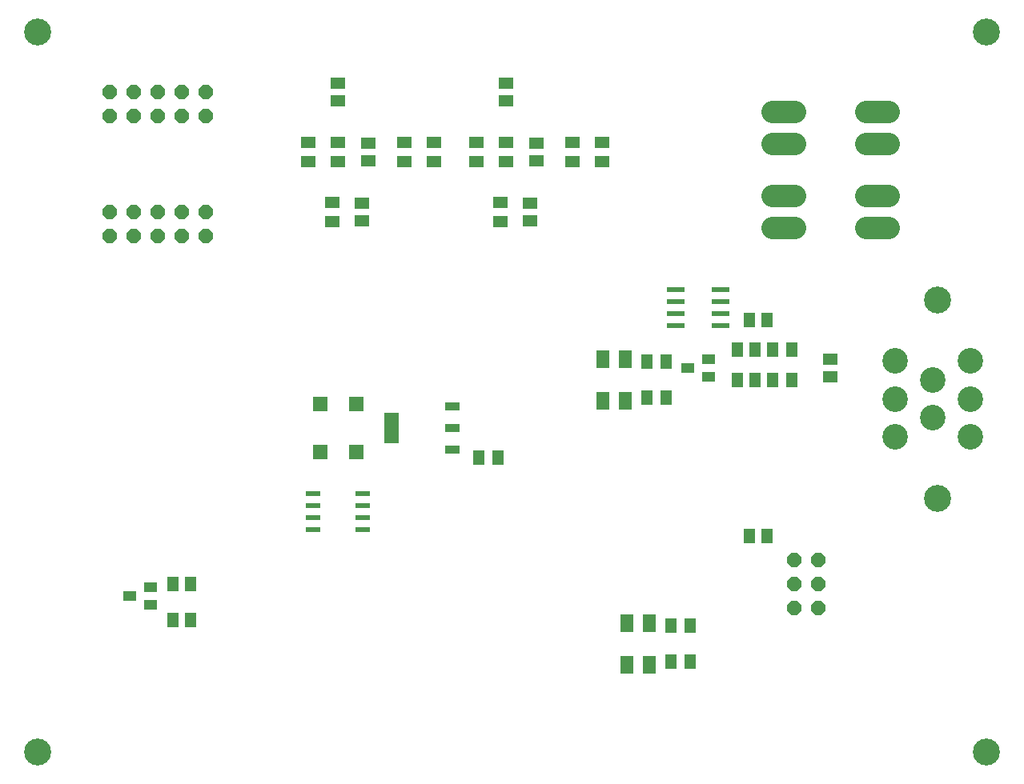
<source format=gbs>
G75*
%MOIN*%
%OFA0B0*%
%FSLAX25Y25*%
%IPPOS*%
%LPD*%
%AMOC8*
5,1,8,0,0,1.08239X$1,22.5*
%
%ADD10C,0.11200*%
%ADD11R,0.05118X0.06299*%
%ADD12R,0.05512X0.03937*%
%ADD13OC8,0.06000*%
%ADD14R,0.05512X0.07480*%
%ADD15R,0.05118X0.05906*%
%ADD16R,0.07800X0.02200*%
%ADD17C,0.11220*%
%ADD18C,0.10630*%
%ADD19R,0.05906X0.06299*%
%ADD20R,0.06300X0.02200*%
%ADD21R,0.06400X0.03500*%
%ADD22R,0.06400X0.12500*%
%ADD23C,0.09449*%
%ADD24R,0.06299X0.05118*%
%ADD25R,0.05906X0.05118*%
D10*
X0040762Y0016800D03*
X0435762Y0016800D03*
X0435762Y0316800D03*
X0040762Y0316800D03*
D11*
X0224325Y0139300D03*
X0232199Y0139300D03*
X0294325Y0164300D03*
X0302199Y0164300D03*
X0302199Y0179300D03*
X0294325Y0179300D03*
X0346825Y0184300D03*
X0354699Y0184300D03*
X0354699Y0171800D03*
X0346825Y0171800D03*
X0312199Y0069300D03*
X0304325Y0069300D03*
X0304325Y0054300D03*
X0312199Y0054300D03*
D12*
X0320093Y0173060D03*
X0320093Y0180540D03*
X0311431Y0176800D03*
X0087593Y0085540D03*
X0087593Y0078060D03*
X0078931Y0081800D03*
D13*
X0080762Y0231800D03*
X0090762Y0231800D03*
X0100762Y0231800D03*
X0110762Y0231800D03*
X0110762Y0241800D03*
X0100762Y0241800D03*
X0090762Y0241800D03*
X0080762Y0241800D03*
X0070762Y0241800D03*
X0070762Y0231800D03*
X0070762Y0281800D03*
X0080762Y0281800D03*
X0090762Y0281800D03*
X0100762Y0281800D03*
X0110762Y0281800D03*
X0110762Y0291800D03*
X0100762Y0291800D03*
X0090762Y0291800D03*
X0080762Y0291800D03*
X0070762Y0291800D03*
X0355762Y0096800D03*
X0365762Y0096800D03*
X0365762Y0086800D03*
X0365762Y0076800D03*
X0355762Y0076800D03*
X0355762Y0086800D03*
D14*
X0295486Y0070461D03*
X0286037Y0070461D03*
X0286037Y0053139D03*
X0295486Y0053139D03*
X0285486Y0163139D03*
X0276037Y0163139D03*
X0276037Y0180461D03*
X0285486Y0180461D03*
D15*
X0332022Y0184300D03*
X0339502Y0184300D03*
X0339502Y0171800D03*
X0332022Y0171800D03*
X0337022Y0196800D03*
X0344502Y0196800D03*
X0344502Y0106800D03*
X0337022Y0106800D03*
X0104502Y0086800D03*
X0097022Y0086800D03*
X0097022Y0071800D03*
X0104502Y0071800D03*
D16*
X0306462Y0194300D03*
X0306462Y0199300D03*
X0306462Y0204300D03*
X0306462Y0209300D03*
X0325062Y0209300D03*
X0325062Y0204300D03*
X0325062Y0199300D03*
X0325062Y0194300D03*
D17*
X0415329Y0205225D03*
X0415329Y0122548D03*
D18*
X0429108Y0148139D03*
X0413360Y0156013D03*
X0429108Y0163887D03*
X0413360Y0171761D03*
X0429108Y0179635D03*
X0397612Y0179635D03*
X0397612Y0163887D03*
X0397612Y0148139D03*
D19*
X0173242Y0141761D03*
X0158281Y0141761D03*
X0158281Y0161839D03*
X0173242Y0161839D03*
D20*
X0176162Y0124300D03*
X0176162Y0119300D03*
X0176162Y0114300D03*
X0176162Y0109300D03*
X0155362Y0109300D03*
X0155362Y0114300D03*
X0155362Y0119300D03*
X0155362Y0124300D03*
D21*
X0213362Y0142700D03*
X0213362Y0151800D03*
X0213362Y0160900D03*
D22*
X0188162Y0151800D03*
D23*
X0346510Y0235107D02*
X0355959Y0235107D01*
X0355959Y0248493D02*
X0346510Y0248493D01*
X0346510Y0270107D02*
X0355959Y0270107D01*
X0355959Y0283493D02*
X0346510Y0283493D01*
X0385565Y0283493D02*
X0395014Y0283493D01*
X0395014Y0270107D02*
X0385565Y0270107D01*
X0385565Y0248493D02*
X0395014Y0248493D01*
X0395014Y0235107D02*
X0385565Y0235107D01*
D24*
X0275762Y0262863D03*
X0275762Y0270737D03*
X0263262Y0270737D03*
X0263262Y0262863D03*
X0235762Y0262863D03*
X0235762Y0270737D03*
X0223262Y0270737D03*
X0223262Y0262863D03*
X0205762Y0262863D03*
X0205762Y0270737D03*
X0193262Y0270737D03*
X0193262Y0262863D03*
X0165762Y0262863D03*
X0165762Y0270737D03*
X0153262Y0270737D03*
X0153262Y0262863D03*
X0163262Y0245737D03*
X0163262Y0237863D03*
X0233262Y0237863D03*
X0233262Y0245737D03*
D25*
X0245762Y0245540D03*
X0245762Y0238060D03*
X0248262Y0263060D03*
X0248262Y0270540D03*
X0235762Y0288060D03*
X0235762Y0295540D03*
X0178262Y0270540D03*
X0178262Y0263060D03*
X0175762Y0245540D03*
X0175762Y0238060D03*
X0165762Y0288060D03*
X0165762Y0295540D03*
X0370762Y0180540D03*
X0370762Y0173060D03*
M02*

</source>
